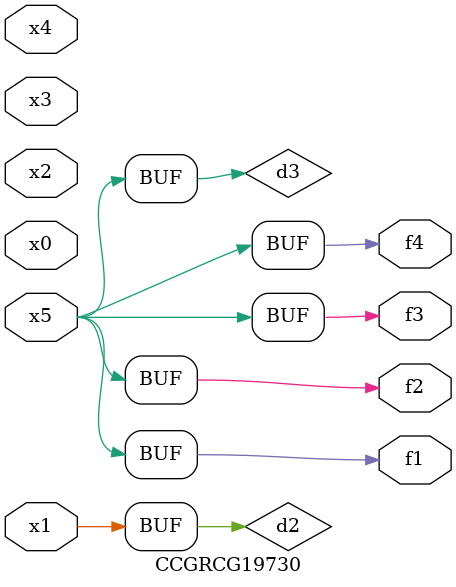
<source format=v>
module CCGRCG19730(
	input x0, x1, x2, x3, x4, x5,
	output f1, f2, f3, f4
);

	wire d1, d2, d3;

	not (d1, x5);
	or (d2, x1);
	xnor (d3, d1);
	assign f1 = d3;
	assign f2 = d3;
	assign f3 = d3;
	assign f4 = d3;
endmodule

</source>
